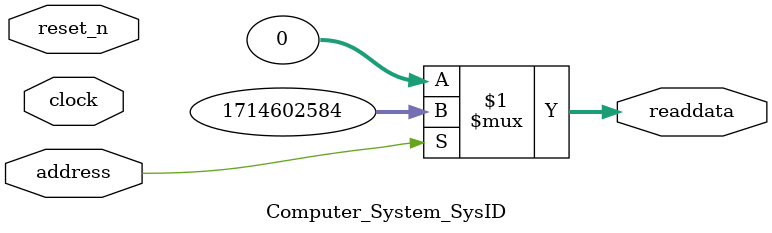
<source format=v>



// synthesis translate_off
`timescale 1ns / 1ps
// synthesis translate_on

// turn off superfluous verilog processor warnings 
// altera message_level Level1 
// altera message_off 10034 10035 10036 10037 10230 10240 10030 

module Computer_System_SysID (
               // inputs:
                address,
                clock,
                reset_n,

               // outputs:
                readdata
             )
;

  output  [ 31: 0] readdata;
  input            address;
  input            clock;
  input            reset_n;

  wire    [ 31: 0] readdata;
  //control_slave, which is an e_avalon_slave
  assign readdata = address ? 1714602584 : 0;

endmodule



</source>
